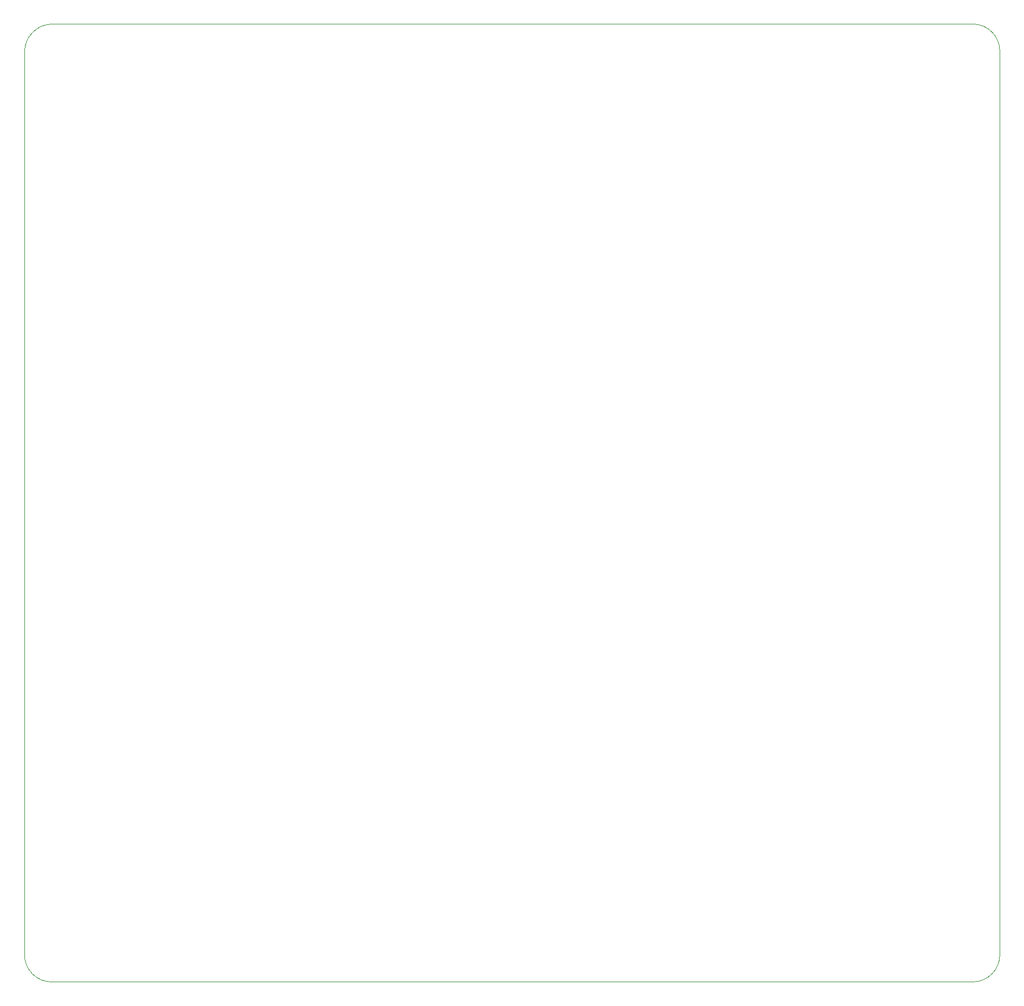
<source format=gbr>
G04 #@! TF.GenerationSoftware,KiCad,Pcbnew,(5.1.4)-1*
G04 #@! TF.CreationDate,2020-02-16T17:55:41-06:00*
G04 #@! TF.ProjectId,PowerBoard_Hardware,506f7765-7242-46f6-9172-645f48617264,rev?*
G04 #@! TF.SameCoordinates,Original*
G04 #@! TF.FileFunction,Profile,NP*
%FSLAX46Y46*%
G04 Gerber Fmt 4.6, Leading zero omitted, Abs format (unit mm)*
G04 Created by KiCad (PCBNEW (5.1.4)-1) date 2020-02-16 17:55:41*
%MOMM*%
%LPD*%
G04 APERTURE LIST*
%ADD10C,0.050000*%
G04 APERTURE END LIST*
D10*
X96520000Y-34544000D02*
X96520000Y-166116000D01*
X234823000Y-30480000D02*
X100584000Y-30480000D01*
X238760000Y-166243000D02*
X238760000Y-34417000D01*
X100584000Y-170179998D02*
X234823000Y-170180000D01*
X96520000Y-34544000D02*
G75*
G02X100584000Y-30480000I4064000J0D01*
G01*
X100584000Y-170179998D02*
G75*
G02X96520000Y-166116000I-127001J3936999D01*
G01*
X238760000Y-166243000D02*
G75*
G02X234823000Y-170180000I-3937000J0D01*
G01*
X234823000Y-30480000D02*
G75*
G02X238760000Y-34417000I0J-3937000D01*
G01*
M02*

</source>
